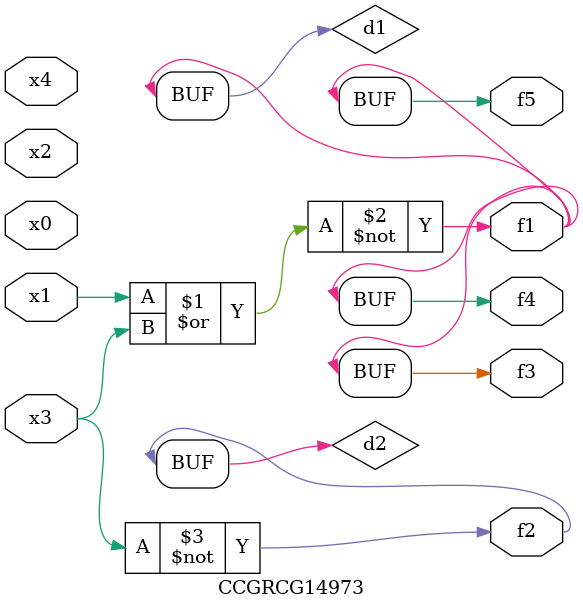
<source format=v>
module CCGRCG14973(
	input x0, x1, x2, x3, x4,
	output f1, f2, f3, f4, f5
);

	wire d1, d2;

	nor (d1, x1, x3);
	not (d2, x3);
	assign f1 = d1;
	assign f2 = d2;
	assign f3 = d1;
	assign f4 = d1;
	assign f5 = d1;
endmodule

</source>
